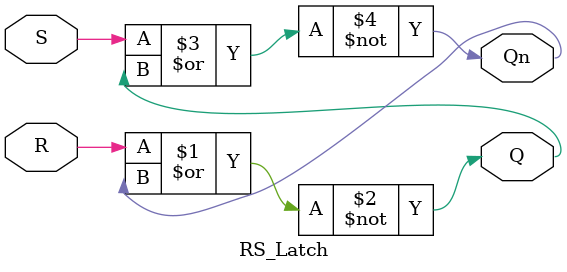
<source format=v>
`timescale 1ns / 1ps


module RS_Latch(
        input R, S,
        output Q, Qn
    );
    
    assign Q = ~(R|Qn);
    assign Qn = ~(S|Q);
endmodule

</source>
